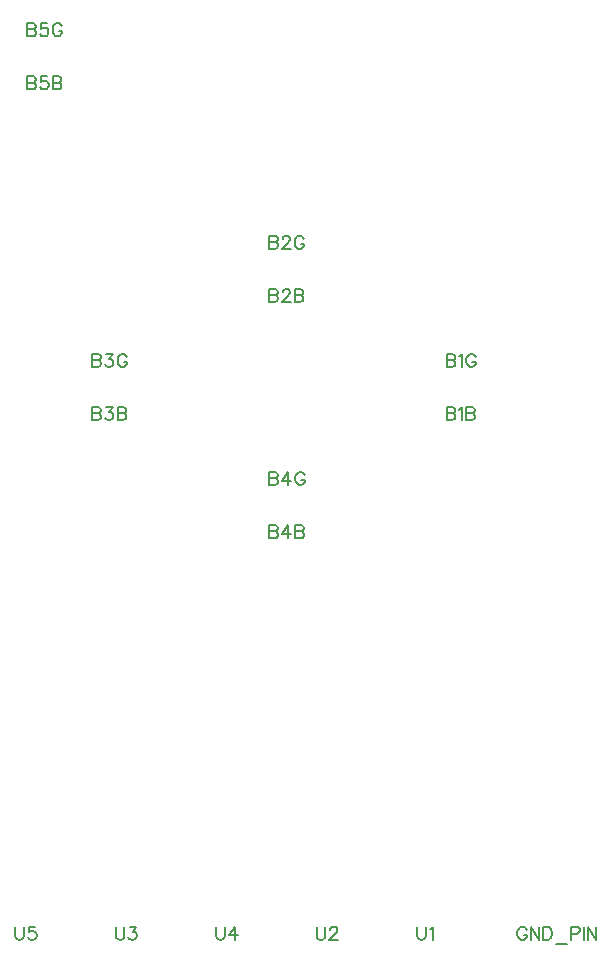
<source format=gto>
G04 Layer: TopSilkscreenLayer*
G04 EasyEDA v6.5.47, 2024-10-11 02:17:36*
G04 14285fc0a42144bbae4d0c78d6d6beb8,143eb33344fd4f53ace86dd544093ce2,10*
G04 Gerber Generator version 0.2*
G04 Scale: 100 percent, Rotated: No, Reflected: No *
G04 Dimensions in millimeters *
G04 leading zeros omitted , absolute positions ,4 integer and 5 decimal *
%FSLAX45Y45*%
%MOMM*%

%ADD10C,0.1524*%

%LPD*%
D10*
X3899992Y-9107665D02*
G01*
X3899992Y-9185643D01*
X3905072Y-9201137D01*
X3915486Y-9211551D01*
X3931234Y-9216631D01*
X3941648Y-9216631D01*
X3957142Y-9211551D01*
X3967556Y-9201137D01*
X3972636Y-9185643D01*
X3972636Y-9107665D01*
X4006926Y-9128493D02*
G01*
X4017340Y-9123159D01*
X4033088Y-9107665D01*
X4033088Y-9216631D01*
X3049993Y-9107665D02*
G01*
X3049993Y-9185643D01*
X3055073Y-9201137D01*
X3065487Y-9211551D01*
X3081235Y-9216631D01*
X3091649Y-9216631D01*
X3107143Y-9211551D01*
X3117557Y-9201137D01*
X3122637Y-9185643D01*
X3122637Y-9107665D01*
X3162261Y-9133573D02*
G01*
X3162261Y-9128493D01*
X3167341Y-9118079D01*
X3172675Y-9112745D01*
X3183089Y-9107665D01*
X3203663Y-9107665D01*
X3214077Y-9112745D01*
X3219411Y-9118079D01*
X3224491Y-9128493D01*
X3224491Y-9138907D01*
X3219411Y-9149321D01*
X3208997Y-9164815D01*
X3156927Y-9216631D01*
X3229825Y-9216631D01*
X1349997Y-9107665D02*
G01*
X1349997Y-9185643D01*
X1355077Y-9201137D01*
X1365491Y-9211551D01*
X1381239Y-9216631D01*
X1391653Y-9216631D01*
X1407147Y-9211551D01*
X1417561Y-9201137D01*
X1422641Y-9185643D01*
X1422641Y-9107665D01*
X1467345Y-9107665D02*
G01*
X1524495Y-9107665D01*
X1493507Y-9149321D01*
X1509001Y-9149321D01*
X1519415Y-9154401D01*
X1524495Y-9159481D01*
X1529829Y-9175229D01*
X1529829Y-9185643D01*
X1524495Y-9201137D01*
X1514081Y-9211551D01*
X1498587Y-9216631D01*
X1483093Y-9216631D01*
X1467345Y-9211551D01*
X1462265Y-9206471D01*
X1456931Y-9196057D01*
X2199995Y-9107665D02*
G01*
X2199995Y-9185643D01*
X2205075Y-9201137D01*
X2215489Y-9211551D01*
X2231237Y-9216631D01*
X2241651Y-9216631D01*
X2257145Y-9211551D01*
X2267559Y-9201137D01*
X2272639Y-9185643D01*
X2272639Y-9107665D01*
X2358999Y-9107665D02*
G01*
X2306929Y-9180309D01*
X2384907Y-9180309D01*
X2358999Y-9107665D02*
G01*
X2358999Y-9216631D01*
X499998Y-9107665D02*
G01*
X499998Y-9185643D01*
X505079Y-9201137D01*
X515493Y-9211551D01*
X531240Y-9216631D01*
X541654Y-9216631D01*
X557148Y-9211551D01*
X567562Y-9201137D01*
X572643Y-9185643D01*
X572643Y-9107665D01*
X669417Y-9107665D02*
G01*
X617346Y-9107665D01*
X612267Y-9154401D01*
X617346Y-9149321D01*
X633095Y-9143987D01*
X648588Y-9143987D01*
X664082Y-9149321D01*
X674496Y-9159481D01*
X679830Y-9175229D01*
X679830Y-9185643D01*
X674496Y-9201137D01*
X664082Y-9211551D01*
X648588Y-9216631D01*
X633095Y-9216631D01*
X617346Y-9211551D01*
X612267Y-9206471D01*
X606932Y-9196057D01*
X4827968Y-9133573D02*
G01*
X4822634Y-9123159D01*
X4812220Y-9112745D01*
X4802060Y-9107665D01*
X4781232Y-9107665D01*
X4770818Y-9112745D01*
X4760404Y-9123159D01*
X4755070Y-9133573D01*
X4749990Y-9149321D01*
X4749990Y-9175229D01*
X4755070Y-9190723D01*
X4760404Y-9201137D01*
X4770818Y-9211551D01*
X4781232Y-9216631D01*
X4802060Y-9216631D01*
X4812220Y-9211551D01*
X4822634Y-9201137D01*
X4827968Y-9190723D01*
X4827968Y-9175229D01*
X4802060Y-9175229D02*
G01*
X4827968Y-9175229D01*
X4862258Y-9107665D02*
G01*
X4862258Y-9216631D01*
X4862258Y-9107665D02*
G01*
X4934902Y-9216631D01*
X4934902Y-9107665D02*
G01*
X4934902Y-9216631D01*
X4969192Y-9107665D02*
G01*
X4969192Y-9216631D01*
X4969192Y-9107665D02*
G01*
X5005514Y-9107665D01*
X5021262Y-9112745D01*
X5031676Y-9123159D01*
X5036756Y-9133573D01*
X5042090Y-9149321D01*
X5042090Y-9175229D01*
X5036756Y-9190723D01*
X5031676Y-9201137D01*
X5021262Y-9211551D01*
X5005514Y-9216631D01*
X4969192Y-9216631D01*
X5076380Y-9253207D02*
G01*
X5169852Y-9253207D01*
X5204142Y-9107665D02*
G01*
X5204142Y-9216631D01*
X5204142Y-9107665D02*
G01*
X5250878Y-9107665D01*
X5266372Y-9112745D01*
X5271706Y-9118079D01*
X5276786Y-9128493D01*
X5276786Y-9143987D01*
X5271706Y-9154401D01*
X5266372Y-9159481D01*
X5250878Y-9164815D01*
X5204142Y-9164815D01*
X5311076Y-9107665D02*
G01*
X5311076Y-9216631D01*
X5345366Y-9107665D02*
G01*
X5345366Y-9216631D01*
X5345366Y-9107665D02*
G01*
X5418010Y-9216631D01*
X5418010Y-9107665D02*
G01*
X5418010Y-9216631D01*
X4149991Y-4707674D02*
G01*
X4149991Y-4816640D01*
X4149991Y-4707674D02*
G01*
X4196727Y-4707674D01*
X4212221Y-4712754D01*
X4217555Y-4718088D01*
X4222635Y-4728502D01*
X4222635Y-4738916D01*
X4217555Y-4749330D01*
X4212221Y-4754410D01*
X4196727Y-4759490D01*
X4149991Y-4759490D02*
G01*
X4196727Y-4759490D01*
X4212221Y-4764824D01*
X4217555Y-4769904D01*
X4222635Y-4780318D01*
X4222635Y-4796066D01*
X4217555Y-4806480D01*
X4212221Y-4811560D01*
X4196727Y-4816640D01*
X4149991Y-4816640D01*
X4256925Y-4728502D02*
G01*
X4267339Y-4723168D01*
X4283087Y-4707674D01*
X4283087Y-4816640D01*
X4317377Y-4707674D02*
G01*
X4317377Y-4816640D01*
X4317377Y-4707674D02*
G01*
X4364113Y-4707674D01*
X4379607Y-4712754D01*
X4384941Y-4718088D01*
X4390021Y-4728502D01*
X4390021Y-4738916D01*
X4384941Y-4749330D01*
X4379607Y-4754410D01*
X4364113Y-4759490D01*
X4317377Y-4759490D02*
G01*
X4364113Y-4759490D01*
X4379607Y-4764824D01*
X4384941Y-4769904D01*
X4390021Y-4780318D01*
X4390021Y-4796066D01*
X4384941Y-4806480D01*
X4379607Y-4811560D01*
X4364113Y-4816640D01*
X4317377Y-4816640D01*
X4149991Y-4257675D02*
G01*
X4149991Y-4366640D01*
X4149991Y-4257675D02*
G01*
X4196727Y-4257675D01*
X4212221Y-4262754D01*
X4217555Y-4268088D01*
X4222635Y-4278503D01*
X4222635Y-4288917D01*
X4217555Y-4299330D01*
X4212221Y-4304411D01*
X4196727Y-4309490D01*
X4149991Y-4309490D02*
G01*
X4196727Y-4309490D01*
X4212221Y-4314825D01*
X4217555Y-4319904D01*
X4222635Y-4330319D01*
X4222635Y-4346067D01*
X4217555Y-4356480D01*
X4212221Y-4361561D01*
X4196727Y-4366640D01*
X4149991Y-4366640D01*
X4256925Y-4278503D02*
G01*
X4267339Y-4273169D01*
X4283087Y-4257675D01*
X4283087Y-4366640D01*
X4395101Y-4283582D02*
G01*
X4390021Y-4273169D01*
X4379607Y-4262754D01*
X4369193Y-4257675D01*
X4348365Y-4257675D01*
X4337951Y-4262754D01*
X4327791Y-4273169D01*
X4322457Y-4283582D01*
X4317377Y-4299330D01*
X4317377Y-4325238D01*
X4322457Y-4340732D01*
X4327791Y-4351146D01*
X4337951Y-4361561D01*
X4348365Y-4366640D01*
X4369193Y-4366640D01*
X4379607Y-4361561D01*
X4390021Y-4351146D01*
X4395101Y-4340732D01*
X4395101Y-4325238D01*
X4369193Y-4325238D02*
G01*
X4395101Y-4325238D01*
X2649994Y-3707676D02*
G01*
X2649994Y-3816642D01*
X2649994Y-3707676D02*
G01*
X2696730Y-3707676D01*
X2712224Y-3712756D01*
X2717558Y-3718090D01*
X2722638Y-3728504D01*
X2722638Y-3738918D01*
X2717558Y-3749332D01*
X2712224Y-3754412D01*
X2696730Y-3759492D01*
X2649994Y-3759492D02*
G01*
X2696730Y-3759492D01*
X2712224Y-3764826D01*
X2717558Y-3769906D01*
X2722638Y-3780320D01*
X2722638Y-3796068D01*
X2717558Y-3806482D01*
X2712224Y-3811562D01*
X2696730Y-3816642D01*
X2649994Y-3816642D01*
X2762262Y-3733584D02*
G01*
X2762262Y-3728504D01*
X2767342Y-3718090D01*
X2772676Y-3712756D01*
X2783090Y-3707676D01*
X2803664Y-3707676D01*
X2814078Y-3712756D01*
X2819412Y-3718090D01*
X2824492Y-3728504D01*
X2824492Y-3738918D01*
X2819412Y-3749332D01*
X2808998Y-3764826D01*
X2756928Y-3816642D01*
X2829826Y-3816642D01*
X2864116Y-3707676D02*
G01*
X2864116Y-3816642D01*
X2864116Y-3707676D02*
G01*
X2910852Y-3707676D01*
X2926346Y-3712756D01*
X2931680Y-3718090D01*
X2936760Y-3728504D01*
X2936760Y-3738918D01*
X2931680Y-3749332D01*
X2926346Y-3754412D01*
X2910852Y-3759492D01*
X2864116Y-3759492D02*
G01*
X2910852Y-3759492D01*
X2926346Y-3764826D01*
X2931680Y-3769906D01*
X2936760Y-3780320D01*
X2936760Y-3796068D01*
X2931680Y-3806482D01*
X2926346Y-3811562D01*
X2910852Y-3816642D01*
X2864116Y-3816642D01*
X2649994Y-3257677D02*
G01*
X2649994Y-3366643D01*
X2649994Y-3257677D02*
G01*
X2696730Y-3257677D01*
X2712224Y-3262756D01*
X2717558Y-3268090D01*
X2722638Y-3278504D01*
X2722638Y-3288919D01*
X2717558Y-3299332D01*
X2712224Y-3304412D01*
X2696730Y-3309493D01*
X2649994Y-3309493D02*
G01*
X2696730Y-3309493D01*
X2712224Y-3314827D01*
X2717558Y-3319906D01*
X2722638Y-3330320D01*
X2722638Y-3346069D01*
X2717558Y-3356482D01*
X2712224Y-3361562D01*
X2696730Y-3366643D01*
X2649994Y-3366643D01*
X2762262Y-3283585D02*
G01*
X2762262Y-3278504D01*
X2767342Y-3268090D01*
X2772676Y-3262756D01*
X2783090Y-3257677D01*
X2803664Y-3257677D01*
X2814078Y-3262756D01*
X2819412Y-3268090D01*
X2824492Y-3278504D01*
X2824492Y-3288919D01*
X2819412Y-3299332D01*
X2808998Y-3314827D01*
X2756928Y-3366643D01*
X2829826Y-3366643D01*
X2942094Y-3283585D02*
G01*
X2936760Y-3273170D01*
X2926346Y-3262756D01*
X2915932Y-3257677D01*
X2895104Y-3257677D01*
X2884944Y-3262756D01*
X2874530Y-3273170D01*
X2869196Y-3283585D01*
X2864116Y-3299332D01*
X2864116Y-3325240D01*
X2869196Y-3340735D01*
X2874530Y-3351148D01*
X2884944Y-3361562D01*
X2895104Y-3366643D01*
X2915932Y-3366643D01*
X2926346Y-3361562D01*
X2936760Y-3351148D01*
X2942094Y-3340735D01*
X2942094Y-3325240D01*
X2915932Y-3325240D02*
G01*
X2942094Y-3325240D01*
X1149997Y-4707674D02*
G01*
X1149997Y-4816640D01*
X1149997Y-4707674D02*
G01*
X1196733Y-4707674D01*
X1212227Y-4712754D01*
X1217561Y-4718088D01*
X1222641Y-4728502D01*
X1222641Y-4738916D01*
X1217561Y-4749330D01*
X1212227Y-4754410D01*
X1196733Y-4759490D01*
X1149997Y-4759490D02*
G01*
X1196733Y-4759490D01*
X1212227Y-4764824D01*
X1217561Y-4769904D01*
X1222641Y-4780318D01*
X1222641Y-4796066D01*
X1217561Y-4806480D01*
X1212227Y-4811560D01*
X1196733Y-4816640D01*
X1149997Y-4816640D01*
X1267345Y-4707674D02*
G01*
X1324495Y-4707674D01*
X1293507Y-4749330D01*
X1309001Y-4749330D01*
X1319415Y-4754410D01*
X1324495Y-4759490D01*
X1329829Y-4775238D01*
X1329829Y-4785652D01*
X1324495Y-4801146D01*
X1314081Y-4811560D01*
X1298587Y-4816640D01*
X1283093Y-4816640D01*
X1267345Y-4811560D01*
X1262265Y-4806480D01*
X1256931Y-4796066D01*
X1364119Y-4707674D02*
G01*
X1364119Y-4816640D01*
X1364119Y-4707674D02*
G01*
X1410855Y-4707674D01*
X1426349Y-4712754D01*
X1431683Y-4718088D01*
X1436763Y-4728502D01*
X1436763Y-4738916D01*
X1431683Y-4749330D01*
X1426349Y-4754410D01*
X1410855Y-4759490D01*
X1364119Y-4759490D02*
G01*
X1410855Y-4759490D01*
X1426349Y-4764824D01*
X1431683Y-4769904D01*
X1436763Y-4780318D01*
X1436763Y-4796066D01*
X1431683Y-4806480D01*
X1426349Y-4811560D01*
X1410855Y-4816640D01*
X1364119Y-4816640D01*
X1149997Y-4257675D02*
G01*
X1149997Y-4366640D01*
X1149997Y-4257675D02*
G01*
X1196733Y-4257675D01*
X1212227Y-4262754D01*
X1217561Y-4268088D01*
X1222641Y-4278503D01*
X1222641Y-4288662D01*
X1217561Y-4299077D01*
X1212227Y-4304411D01*
X1196733Y-4309490D01*
X1149997Y-4309490D02*
G01*
X1196733Y-4309490D01*
X1212227Y-4314825D01*
X1217561Y-4319904D01*
X1222641Y-4330319D01*
X1222641Y-4345812D01*
X1217561Y-4356227D01*
X1212227Y-4361561D01*
X1196733Y-4366640D01*
X1149997Y-4366640D01*
X1267345Y-4257675D02*
G01*
X1324495Y-4257675D01*
X1293253Y-4299077D01*
X1309001Y-4299077D01*
X1319415Y-4304411D01*
X1324495Y-4309490D01*
X1329829Y-4325238D01*
X1329829Y-4335653D01*
X1324495Y-4351146D01*
X1314081Y-4361561D01*
X1298587Y-4366640D01*
X1282839Y-4366640D01*
X1267345Y-4361561D01*
X1262265Y-4356227D01*
X1256931Y-4345812D01*
X1441843Y-4283582D02*
G01*
X1436763Y-4273169D01*
X1426349Y-4262754D01*
X1415935Y-4257675D01*
X1395107Y-4257675D01*
X1384693Y-4262754D01*
X1374279Y-4273169D01*
X1369199Y-4283582D01*
X1364119Y-4299077D01*
X1364119Y-4325238D01*
X1369199Y-4340732D01*
X1374279Y-4351146D01*
X1384693Y-4361561D01*
X1395107Y-4366640D01*
X1415935Y-4366640D01*
X1426349Y-4361561D01*
X1436763Y-4351146D01*
X1441843Y-4340732D01*
X1441843Y-4325238D01*
X1415935Y-4325238D02*
G01*
X1441843Y-4325238D01*
X2649994Y-5707672D02*
G01*
X2649994Y-5816638D01*
X2649994Y-5707672D02*
G01*
X2696730Y-5707672D01*
X2712224Y-5712752D01*
X2717558Y-5718086D01*
X2722638Y-5728500D01*
X2722638Y-5738914D01*
X2717558Y-5749328D01*
X2712224Y-5754408D01*
X2696730Y-5759488D01*
X2649994Y-5759488D02*
G01*
X2696730Y-5759488D01*
X2712224Y-5764822D01*
X2717558Y-5769902D01*
X2722638Y-5780316D01*
X2722638Y-5796064D01*
X2717558Y-5806478D01*
X2712224Y-5811558D01*
X2696730Y-5816638D01*
X2649994Y-5816638D01*
X2808998Y-5707672D02*
G01*
X2756928Y-5780316D01*
X2834906Y-5780316D01*
X2808998Y-5707672D02*
G01*
X2808998Y-5816638D01*
X2869196Y-5707672D02*
G01*
X2869196Y-5816638D01*
X2869196Y-5707672D02*
G01*
X2915932Y-5707672D01*
X2931680Y-5712752D01*
X2936760Y-5718086D01*
X2942094Y-5728500D01*
X2942094Y-5738914D01*
X2936760Y-5749328D01*
X2931680Y-5754408D01*
X2915932Y-5759488D01*
X2869196Y-5759488D02*
G01*
X2915932Y-5759488D01*
X2931680Y-5764822D01*
X2936760Y-5769902D01*
X2942094Y-5780316D01*
X2942094Y-5796064D01*
X2936760Y-5806478D01*
X2931680Y-5811558D01*
X2915932Y-5816638D01*
X2869196Y-5816638D01*
X2649994Y-5257672D02*
G01*
X2649994Y-5366638D01*
X2649994Y-5257672D02*
G01*
X2696730Y-5257672D01*
X2712224Y-5262753D01*
X2717558Y-5268087D01*
X2722638Y-5278501D01*
X2722638Y-5288661D01*
X2717558Y-5299075D01*
X2712224Y-5304409D01*
X2696730Y-5309488D01*
X2649994Y-5309488D02*
G01*
X2696730Y-5309488D01*
X2712224Y-5314822D01*
X2717558Y-5319903D01*
X2722638Y-5330317D01*
X2722638Y-5345811D01*
X2717558Y-5356225D01*
X2712224Y-5361559D01*
X2696730Y-5366638D01*
X2649994Y-5366638D01*
X2808998Y-5257672D02*
G01*
X2756928Y-5330317D01*
X2834906Y-5330317D01*
X2808998Y-5257672D02*
G01*
X2808998Y-5366638D01*
X2947174Y-5283580D02*
G01*
X2942094Y-5273167D01*
X2931680Y-5262753D01*
X2921266Y-5257672D01*
X2900438Y-5257672D01*
X2890024Y-5262753D01*
X2879610Y-5273167D01*
X2874530Y-5283580D01*
X2869196Y-5299075D01*
X2869196Y-5325237D01*
X2874530Y-5340730D01*
X2879610Y-5351145D01*
X2890024Y-5361559D01*
X2900438Y-5366638D01*
X2921266Y-5366638D01*
X2931680Y-5361559D01*
X2942094Y-5351145D01*
X2947174Y-5340730D01*
X2947174Y-5325237D01*
X2921266Y-5325237D02*
G01*
X2947174Y-5325237D01*
X599998Y-1907679D02*
G01*
X599998Y-2016645D01*
X599998Y-1907679D02*
G01*
X646734Y-1907679D01*
X662228Y-1912759D01*
X667562Y-1918093D01*
X672642Y-1928507D01*
X672642Y-1938921D01*
X667562Y-1949335D01*
X662228Y-1954415D01*
X646734Y-1959495D01*
X599998Y-1959495D02*
G01*
X646734Y-1959495D01*
X662228Y-1964829D01*
X667562Y-1969909D01*
X672642Y-1980323D01*
X672642Y-1996071D01*
X667562Y-2006485D01*
X662228Y-2011565D01*
X646734Y-2016645D01*
X599998Y-2016645D01*
X769416Y-1907679D02*
G01*
X717346Y-1907679D01*
X712266Y-1954415D01*
X717346Y-1949335D01*
X733094Y-1944001D01*
X748588Y-1944001D01*
X764082Y-1949335D01*
X774496Y-1959495D01*
X779830Y-1975243D01*
X779830Y-1985657D01*
X774496Y-2001151D01*
X764082Y-2011565D01*
X748588Y-2016645D01*
X733094Y-2016645D01*
X717346Y-2011565D01*
X712266Y-2006485D01*
X706932Y-1996071D01*
X814120Y-1907679D02*
G01*
X814120Y-2016645D01*
X814120Y-1907679D02*
G01*
X860856Y-1907679D01*
X876350Y-1912759D01*
X881684Y-1918093D01*
X886764Y-1928507D01*
X886764Y-1938921D01*
X881684Y-1949335D01*
X876350Y-1954415D01*
X860856Y-1959495D01*
X814120Y-1959495D02*
G01*
X860856Y-1959495D01*
X876350Y-1964829D01*
X881684Y-1969909D01*
X886764Y-1980323D01*
X886764Y-1996071D01*
X881684Y-2006485D01*
X876350Y-2011565D01*
X860856Y-2016645D01*
X814120Y-2016645D01*
X599998Y-1457680D02*
G01*
X599998Y-1566646D01*
X599998Y-1457680D02*
G01*
X646734Y-1457680D01*
X662228Y-1462760D01*
X667308Y-1468094D01*
X672642Y-1478508D01*
X672642Y-1488922D01*
X667308Y-1499336D01*
X662228Y-1504416D01*
X646734Y-1509496D01*
X599998Y-1509496D02*
G01*
X646734Y-1509496D01*
X662228Y-1514830D01*
X667308Y-1519910D01*
X672642Y-1530324D01*
X672642Y-1546072D01*
X667308Y-1556486D01*
X662228Y-1561566D01*
X646734Y-1566646D01*
X599998Y-1566646D01*
X769162Y-1457680D02*
G01*
X717346Y-1457680D01*
X712012Y-1504416D01*
X717346Y-1499336D01*
X732840Y-1494002D01*
X748588Y-1494002D01*
X764082Y-1499336D01*
X774496Y-1509496D01*
X779576Y-1525244D01*
X779576Y-1535658D01*
X774496Y-1551152D01*
X764082Y-1561566D01*
X748588Y-1566646D01*
X732840Y-1566646D01*
X717346Y-1561566D01*
X712012Y-1556486D01*
X706932Y-1546072D01*
X891844Y-1483588D02*
G01*
X886764Y-1473174D01*
X876350Y-1462760D01*
X865936Y-1457680D01*
X845108Y-1457680D01*
X834694Y-1462760D01*
X824280Y-1473174D01*
X819200Y-1483588D01*
X813866Y-1499336D01*
X813866Y-1525244D01*
X819200Y-1540738D01*
X824280Y-1551152D01*
X834694Y-1561566D01*
X845108Y-1566646D01*
X865936Y-1566646D01*
X876350Y-1561566D01*
X886764Y-1551152D01*
X891844Y-1540738D01*
X891844Y-1525244D01*
X865936Y-1525244D02*
G01*
X891844Y-1525244D01*
M02*

</source>
